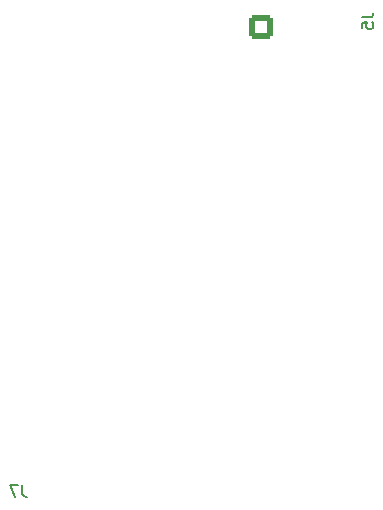
<source format=gbr>
%TF.GenerationSoftware,KiCad,Pcbnew,9.0.2-9.0.2-0~ubuntu24.04.1*%
%TF.CreationDate,2025-07-07T13:30:36-04:00*%
%TF.ProjectId,Transfer_G2RL,5472616e-7366-4657-925f-4732524c2e6b,rev?*%
%TF.SameCoordinates,Original*%
%TF.FileFunction,Legend,Bot*%
%TF.FilePolarity,Positive*%
%FSLAX46Y46*%
G04 Gerber Fmt 4.6, Leading zero omitted, Abs format (unit mm)*
G04 Created by KiCad (PCBNEW 9.0.2-9.0.2-0~ubuntu24.04.1) date 2025-07-07 13:30:36*
%MOMM*%
%LPD*%
G01*
G04 APERTURE LIST*
G04 Aperture macros list*
%AMRoundRect*
0 Rectangle with rounded corners*
0 $1 Rounding radius*
0 $2 $3 $4 $5 $6 $7 $8 $9 X,Y pos of 4 corners*
0 Add a 4 corners polygon primitive as box body*
4,1,4,$2,$3,$4,$5,$6,$7,$8,$9,$2,$3,0*
0 Add four circle primitives for the rounded corners*
1,1,$1+$1,$2,$3*
1,1,$1+$1,$4,$5*
1,1,$1+$1,$6,$7*
1,1,$1+$1,$8,$9*
0 Add four rect primitives between the rounded corners*
20,1,$1+$1,$2,$3,$4,$5,0*
20,1,$1+$1,$4,$5,$6,$7,0*
20,1,$1+$1,$6,$7,$8,$9,0*
20,1,$1+$1,$8,$9,$2,$3,0*%
G04 Aperture macros list end*
%ADD10C,0.150000*%
%ADD11C,2.000000*%
%ADD12R,2.000000X2.000000*%
%ADD13C,6.500000*%
%ADD14C,1.000000*%
%ADD15C,3.000000*%
%ADD16RoundRect,0.250001X0.799999X0.799999X-0.799999X0.799999X-0.799999X-0.799999X0.799999X-0.799999X0*%
%ADD17C,2.100000*%
G04 APERTURE END LIST*
D10*
X148429819Y-79716666D02*
X149144104Y-79716666D01*
X149144104Y-79716666D02*
X149286961Y-79669047D01*
X149286961Y-79669047D02*
X149382200Y-79573809D01*
X149382200Y-79573809D02*
X149429819Y-79430952D01*
X149429819Y-79430952D02*
X149429819Y-79335714D01*
X148429819Y-80669047D02*
X148429819Y-80192857D01*
X148429819Y-80192857D02*
X148906009Y-80145238D01*
X148906009Y-80145238D02*
X148858390Y-80192857D01*
X148858390Y-80192857D02*
X148810771Y-80288095D01*
X148810771Y-80288095D02*
X148810771Y-80526190D01*
X148810771Y-80526190D02*
X148858390Y-80621428D01*
X148858390Y-80621428D02*
X148906009Y-80669047D01*
X148906009Y-80669047D02*
X149001247Y-80716666D01*
X149001247Y-80716666D02*
X149239342Y-80716666D01*
X149239342Y-80716666D02*
X149334580Y-80669047D01*
X149334580Y-80669047D02*
X149382200Y-80621428D01*
X149382200Y-80621428D02*
X149429819Y-80526190D01*
X149429819Y-80526190D02*
X149429819Y-80288095D01*
X149429819Y-80288095D02*
X149382200Y-80192857D01*
X149382200Y-80192857D02*
X149334580Y-80145238D01*
X119713851Y-119342819D02*
X119713851Y-120057104D01*
X119713851Y-120057104D02*
X119761470Y-120199961D01*
X119761470Y-120199961D02*
X119856708Y-120295200D01*
X119856708Y-120295200D02*
X119999565Y-120342819D01*
X119999565Y-120342819D02*
X120094803Y-120342819D01*
X119332898Y-119342819D02*
X118666232Y-119342819D01*
X118666232Y-119342819D02*
X119094803Y-120342819D01*
%LPC*%
D11*
%TO.C,K3*%
X114060000Y-96250000D03*
X114060000Y-103750000D03*
X119060000Y-96250000D03*
X119060000Y-103750000D03*
X109060000Y-96250000D03*
X109060000Y-103750000D03*
D12*
X134060000Y-96250000D03*
D11*
X134060000Y-103750000D03*
%TD*%
D13*
%TO.C,J8*%
X105185818Y-89343989D03*
D14*
X105185818Y-80343989D03*
D13*
X105185818Y-71343989D03*
D14*
X105885818Y-83743989D03*
X105885818Y-76843989D03*
X110885818Y-71843989D03*
X114185818Y-71243989D03*
X117685818Y-71943989D03*
X122385818Y-76743989D03*
X122485818Y-83743989D03*
D13*
X123185818Y-89343989D03*
D14*
X123185818Y-80343989D03*
D13*
X123185818Y-71343989D03*
%TD*%
D11*
%TO.C,K2*%
X160350000Y-103750000D03*
X160350000Y-96250000D03*
X155350000Y-103750000D03*
X155350000Y-96250000D03*
X165350000Y-103750000D03*
X165350000Y-96250000D03*
D12*
X140350000Y-103750000D03*
D11*
X140350000Y-96250000D03*
%TD*%
D15*
%TO.C,H1*%
X165328600Y-108712000D03*
%TD*%
D13*
%TO.C,J5*%
X151159818Y-89039189D03*
D14*
X151159818Y-80039189D03*
D13*
X151159818Y-71039189D03*
D14*
X151859818Y-83439189D03*
X151859818Y-76539189D03*
X156859818Y-71539189D03*
X160159818Y-70939189D03*
X163659818Y-71639189D03*
X168359818Y-76439189D03*
X168459818Y-83439189D03*
D13*
X169159818Y-89039189D03*
D14*
X169159818Y-80039189D03*
D13*
X169159818Y-71039189D03*
%TD*%
D15*
%TO.C,H4*%
X160300000Y-91440000D03*
%TD*%
%TO.C,H3*%
X109067600Y-109220000D03*
%TD*%
%TO.C,H2*%
X114046000Y-91440000D03*
%TD*%
D16*
%TO.C,J1*%
X139920000Y-80520000D03*
D17*
X137380000Y-80520000D03*
%TD*%
D13*
%TO.C,J6*%
X174328600Y-110751139D03*
D14*
X174328600Y-119751139D03*
D13*
X174328600Y-128751139D03*
D14*
X173628600Y-116351139D03*
X173628600Y-123251139D03*
X168628600Y-128251139D03*
X165328600Y-128851139D03*
X161828600Y-128151139D03*
X157128600Y-123351139D03*
X157028600Y-116351139D03*
D13*
X156328600Y-110751139D03*
D14*
X156328600Y-119751139D03*
D13*
X156328600Y-128751139D03*
%TD*%
%TO.C,J7*%
X118067600Y-110751139D03*
D14*
X118067600Y-119751139D03*
D13*
X118067600Y-128751139D03*
D14*
X117367600Y-116351139D03*
X117367600Y-123251139D03*
X112367600Y-128251139D03*
X109067600Y-128851139D03*
X105567600Y-128151139D03*
X100867600Y-123351139D03*
X100767600Y-116351139D03*
D13*
X100067600Y-110751139D03*
D14*
X100067600Y-119751139D03*
D13*
X100067600Y-128751139D03*
%TD*%
%LPD*%
M02*

</source>
